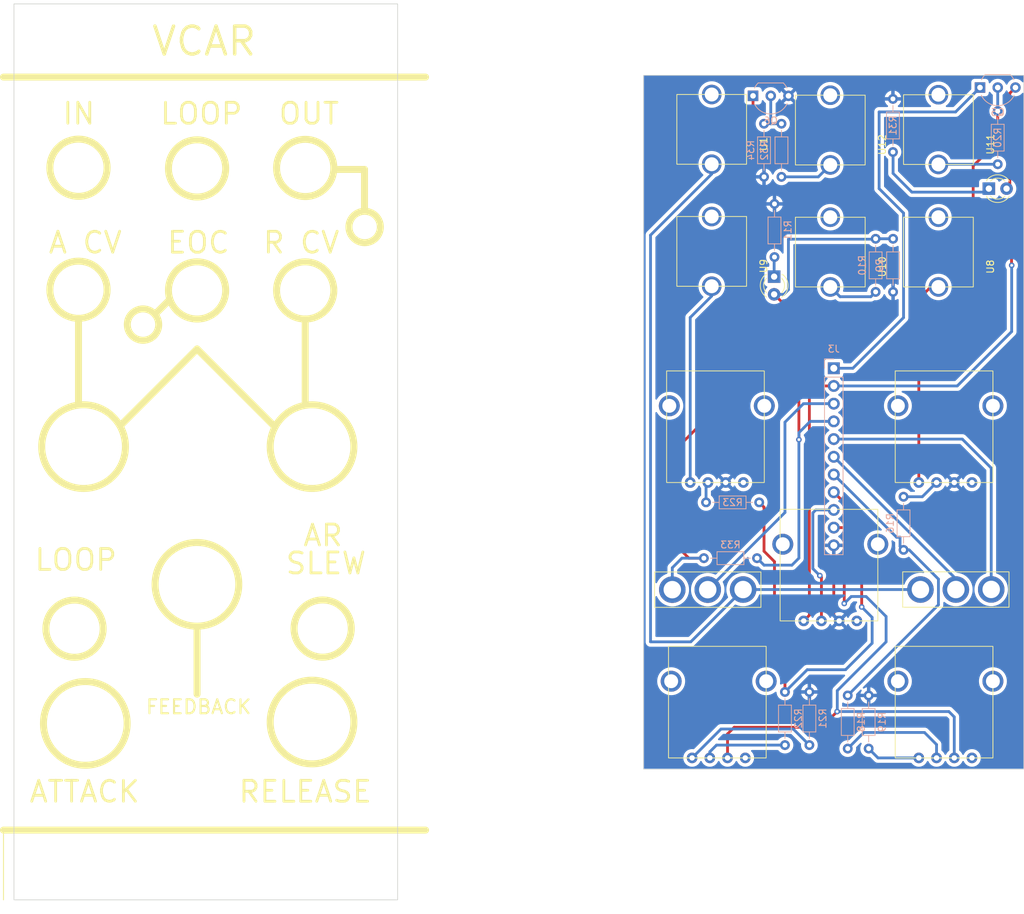
<source format=kicad_pcb>
(kicad_pcb (version 20240108) (generator "pcbnew") (generator_version "8.0")
  (layers (0 "F.Cu" signal) (31 "B.Cu" signal) (34 "B.Paste" user) (35 "F.Paste" user) (36 "B.SilkS" user "B.Silkscreen") (37 "F.SilkS" user "F.Silkscreen") (38 "B.Mask" user) (39 "F.Mask" user) (44 "Edge.Cuts" user))
  (net 0 "")
  (net 1 "OUT")
  (net 2 "Net-(D2-K)")
  (net 3 "EOC")
  (net 4 "Net-(D7-K)")
  (net 5 "Net-(D7-A)")
  (net 6 "+12V")
  (net 7 "-12V")
  (net 8 "GND")
  (net 9 "BUF_IN")
  (net 10 "FF")
  (net 11 "GOAL")
  (net 12 "VGND1")
  (net 13 "VGND2")
  (net 14 "FBO")
  (net 15 "Net-(R10-Pad2)")
  (net 16 "Net-(R16-Pad1)")
  (net 17 "Net-(R18-Pad1)")
  (net 18 "Net-(R19-Pad1)")
  (net 19 "Net-(R20-Pad2)")
  (net 20 "Net-(R21-Pad1)")
  (net 21 "Net-(R22-Pad1)")
  (net 22 "Net-(R23-Pad1)")
  (net 23 "Net-(RV1-Pad1)")
  (net 24 "Net-(RV4-Pad1)")
  (net 25 "IN")
  (net 26 "Net-(Q6-C)")
  (net 27 "Net-(Q6-B)")
  (net 28 "Net-(R32-Pad2)")
  (footprint "Library:AlpsPot" (layer "F.Cu") (at 212.71 108.5)
    (property "Reference" "RV5" (hide yes))
    (property "Value" "R_Potentiometer" (hide yes))
    (fp_rect (start -3.38 -16) (end 10.62 0) (stroke (width 0.12)) (fill none) (layer "F.SilkS"))
    (pad "1" thru_hole circle (at 0 0) (size 1.524 1.524) (drill 0.762) (layers "*.Cu" "*.Mask") (net 1 "OUT"))
    (pad "2" thru_hole circle (at 2.54 0) (size 1.524 1.524) (drill 0.762) (layers "*.Cu" "*.Mask") (net 14 "FBO"))
    (pad "3" thru_hole circle (at 5.08 0) (size 1.524 1.524) (drill 0.762) (layers "*.Cu" "*.Mask") (net 8 "GND"))
    (pad "4" thru_hole circle (at 7.62 0) (size 1.524 1.524) (drill 0.762) (layers "*.Cu" "*.Mask"))
    (pad "5" thru_hole circle (at -3 -11) (size 3 3) (drill 2) (layers "*.Cu" "*.Mask"))
    (pad "6" thru_hole circle (at 10.62 -11) (size 3 3) (drill 2) (layers "*.Cu" "*.Mask"))
  )
  (footprint "Library:3mm5 Mono Aux" (layer "F.Cu") (at 199.52 55.5 -90)
    (property "Reference" "U9" (at 2.1 -7.45 90) (layer "F.SilkS"))
    (property "Value" "Aux_flush")
    (fp_rect (start -5 -5) (end 5 5) (stroke (width 0.12)) (fill none) (layer "F.SilkS"))
    (pad "1" thru_hole circle (at 5 0 270) (size 2.8 2.8) (drill 2) (layers "*.Cu" "*.Mask") (net 24 "Net-(RV4-Pad1)"))
    (pad "2" thru_hole circle (at -5 0 270) (size 2.8 2.8) (drill 2) (layers "*.Cu" "*.Mask"))
  )
  (footprint "Library:3mm5 Mono Aux" (layer "F.Cu") (at 232.02 38.030351 -90)
    (property "Reference" "U11" (at 2.1 -7.45 90) (layer "F.SilkS"))
    (property "Value" "Aux_flush")
    (fp_rect (start -5 -5) (end 5 5) (stroke (width 0.12)) (fill none) (layer "F.SilkS"))
    (pad "1" thru_hole circle (at 5 0 270) (size 2.8 2.8) (drill 2) (layers "*.Cu" "*.Mask") (net 19 "Net-(R20-Pad2)"))
    (pad "2" thru_hole circle (at -5 0 270) (size 2.8 2.8) (drill 2) (layers "*.Cu" "*.Mask"))
  )
  (footprint "Library:AlpsPot" (layer "F.Cu") (at 196.44 88.649)
    (property "Reference" "RV4" (hide yes))
    (property "Value" "R_Potentiometer" (hide yes))
    (fp_rect (start -3.38 -16) (end 10.62 0) (stroke (width 0.12)) (fill none) (layer "F.SilkS"))
    (pad "1" thru_hole circle (at 0 0) (size 1.524 1.524) (drill 0.762) (layers "*.Cu" "*.Mask") (net 24 "Net-(RV4-Pad1)"))
    (pad "2" thru_hole circle (at 2.54 0) (size 1.524 1.524) (drill 0.762) (layers "*.Cu" "*.Mask") (net 22 "Net-(R23-Pad1)"))
    (pad "3" thru_hole circle (at 5.08 0) (size 1.524 1.524) (drill 0.762) (layers "*.Cu" "*.Mask") (net 8 "GND"))
    (pad "4" thru_hole circle (at 7.62 0) (size 1.524 1.524) (drill 0.762) (layers "*.Cu" "*.Mask"))
    (pad "5" thru_hole circle (at -3 -11) (size 3 3) (drill 2) (layers "*.Cu" "*.Mask"))
    (pad "6" thru_hole circle (at 10.62 -11) (size 3 3) (drill 2) (layers "*.Cu" "*.Mask"))
  )
  (footprint "MountingHole:MountingHole_3.2mm_M3" (layer "F.Cu") (at 108.75 43.5)
    (property "Reference" "REF**" (hide yes))
    (property "Value" "MountingHole_3.2mm_M3" (hide yes))
    (pad "" np_thru_hole circle (at 0 0) (size 6.2 6.2) (drill 6.2) (layers "F&B.Cu" "*.Mask"))
  )
  (footprint "Library:AlpsPot" (layer "F.Cu") (at 196.71 128.149)
    (property "Reference" "RV3" (hide yes))
    (property "Value" "R_Potentiometer" (hide yes))
    (fp_rect (start -3.38 -16) (end 10.62 0) (stroke (width 0.12)) (fill none) (layer "F.SilkS"))
    (pad "1" thru_hole circle (at 0 0) (size 1.524 1.524) (drill 0.762) (layers "*.Cu" "*.Mask") (net 20 "Net-(R21-Pad1)"))
    (pad "2" thru_hole circle (at 2.54 0) (size 1.524 1.524) (drill 0.762) (layers "*.Cu" "*.Mask") (net 21 "Net-(R22-Pad1)"))
    (pad "3" thru_hole circle (at 5.08 0) (size 1.524 1.524) (drill 0.762) (layers "*.Cu" "*.Mask") (net 7 "-12V"))
    (pad "4" thru_hole circle (at 7.62 0) (size 1.524 1.524) (drill 0.762) (layers "*.Cu" "*.Mask"))
    (pad "5" thru_hole circle (at -3 -11) (size 3 3) (drill 2) (layers "*.Cu" "*.Mask"))
    (pad "6" thru_hole circle (at 10.62 -11) (size 3 3) (drill 2) (layers "*.Cu" "*.Mask"))
  )
  (footprint "MountingHole:MountingHole_3.2mm_M3" (layer "F.Cu") (at 143.75 109.595)
    (property "Reference" "REF**" (hide yes))
    (property "Value" "MountingHole_3.2mm_M3" (hide yes))
    (pad "" np_thru_hole circle (at 0 0) (size 6.2 6.2) (drill 6.2) (layers "F&B.Cu" "*.Mask"))
  )
  (footprint "MountingHole:MountingHole_3.2mm_M3" (layer "F.Cu") (at 146.5 22.9196)
    (property "Reference" "REF**" (hide yes))
    (property "Value" "MountingHole_3.2mm_M3")
    (pad "" np_thru_hole circle (at 0 0) (size 3.2 3.2) (drill 3.2) (layers "F&B.Cu" "*.Mask"))
  )
  (footprint "MountingHole:MountingHole_3.2mm_M3" (layer "F.Cu") (at 146.5 145.5)
    (property "Reference" "REF**" (hide yes))
    (property "Value" "MountingHole_3.2mm_M3" (hide yes))
    (pad "" np_thru_hole circle (at 0 0) (size 3.2 3.2) (drill 3.2) (layers "F&B.Cu" "*.Mask"))
  )
  (footprint "MountingHole:MountingHole_3.2mm_M3" (layer "F.Cu") (at 141.25 43.530351)
    (property "Reference" "REF**" (hide yes))
    (property "Value" "MountingHole_3.2mm_M3" (hide yes))
    (pad "" np_thru_hole circle (at 0 0) (size 6.2 6.2) (drill 6.2) (layers "F&B.Cu" "*.Mask"))
  )
  (footprint "Library:3mm5 Mono Aux" (layer "F.Cu") (at 216.52 38.1 -90)
    (property "Reference" "U12" (at 2.1 -7.45 90) (layer "F.SilkS"))
    (property "Value" "Aux_flush")
    (fp_rect (start -5 -5) (end 5 5) (stroke (width 0.12)) (fill none) (layer "F.SilkS"))
    (pad "1" thru_hole circle (at 5 0 270) (size 2.8 2.8) (drill 2) (layers "*.Cu" "*.Mask") (net 28 "Net-(R32-Pad2)"))
    (pad "2" thru_hole circle (at -5 0 270) (size 2.8 2.8) (drill 2) (layers "*.Cu" "*.Mask"))
  )
  (footprint "Library:3mm5 Mono Aux" (layer "F.Cu") (at 232.02 55.6 -90)
    (property "Reference" "U8" (at 2.1 -7.45 90) (layer "F.SilkS"))
    (property "Value" "Aux_flush")
    (fp_rect (start -5 -5) (end 5 5) (stroke (width 0.12)) (fill none) (layer "F.SilkS"))
    (pad "1" thru_hole circle (at 5 0 270) (size 2.8 2.8) (drill 2) (layers "*.Cu" "*.Mask") (net 23 "Net-(RV1-Pad1)"))
    (pad "2" thru_hole circle (at -5 0 270) (size 2.8 2.8) (drill 2) (layers "*.Cu" "*.Mask"))
  )
  (footprint "Library:3mm5 Mono Aux" (layer "F.Cu") (at 216.52 55.6 -90)
    (property "Reference" "U10" (at 2.1 -7.45 90) (layer "F.SilkS"))
    (property "Value" "Aux_flush")
    (fp_rect (start -5 -5) (end 5 5) (stroke (width 0.12)) (fill none) (layer "F.SilkS"))
    (pad "1" thru_hole circle (at 5 0 270) (size 2.8 2.8) (drill 2) (layers "*.Cu" "*.Mask") (net 15 "Net-(R10-Pad2)"))
    (pad "2" thru_hole circle (at -5 0 270) (size 2.8 2.8) (drill 2) (layers "*.Cu" "*.Mask"))
  )
  (footprint "MountingHole:MountingHole_3.2mm_M3" (layer "F.Cu") (at 142.23 122.8)
    (property "Reference" "REF**" (hide yes))
    (property "Value" "MountingHole_3.2mm_M3" (hide yes))
    (pad "" np_thru_hole circle (at 0 0) (size 9.2 9.2) (drill 9.2) (layers "F&B.Cu" "*.Mask"))
  )
  (footprint "MountingHole:MountingHole_3.2mm_M3" (layer "F.Cu") (at 118 66)
    (property "Reference" "REF**" (hide yes))
    (property "Value" "MountingHole_3.2mm_M3" (hide yes))
    (pad "" np_thru_hole circle (at 0 0) (size 3.2 3.2) (drill 3.2) (layers "F&B.Cu" "*.Mask"))
  )
  (footprint "Library:Switch" (layer "F.Cu") (at 198.951887 106.556204)
    (property "Reference" "U7" (hide yes))
    (property "Value" "Switch")
    (fp_rect (start -7.62 -5.08) (end 7.62 0) (stroke (width 0.12)) (fill none) (layer "F.SilkS"))
    (pad "1" thru_hole circle (at -5.08 -2.54) (size 3.8 3.8) (drill 2.5) (layers "*.Cu" "*.Mask") (net 26 "Net-(Q6-C)"))
    (pad "2" thru_hole circle (at 0 -2.54) (size 3.8 3.8) (drill 2.5) (layers "*.Cu" "*.Mask") (net 9 "BUF_IN"))
    (pad "3" thru_hole circle (at 5.068113 -2.556204) (size 3.8 3.8) (drill 2.5) (layers "*.Cu" "*.Mask") (net 25 "IN"))
  )
  (footprint "MountingHole:MountingHole_3.2mm_M3" (layer "F.Cu") (at 125.75 61.1)
    (property "Reference" "REF**" (hide yes))
    (property "Value" "MountingHole_3.2mm_M3" (hide yes))
    (pad "" np_thru_hole circle (at 0 0) (size 6.2 6.2) (drill 6.2) (layers "F&B.Cu" "*.Mask"))
  )
  (footprint "MountingHole:MountingHole_3.2mm_M3" (layer "F.Cu") (at 125.75 43.6)
    (property "Reference" "REF**" (hide yes))
    (property "Value" "MountingHole_3.2mm_M3" (hide yes))
    (pad "" np_thru_hole circle (at 0 0) (size 6.2 6.2) (drill 6.2) (layers "F&B.Cu" "*.Mask"))
  )
  (footprint "Library:3mm5 Mono Aux" (layer "F.Cu") (at 199.52 38 -90)
    (property "Reference" "U1" (at 2.1 -7.45 90) (layer "F.SilkS"))
    (property "Value" "Aux_flush")
    (fp_rect (start -5 -5) (end 5 5) (stroke (width 0.12)) (fill none) (layer "F.SilkS"))
    (pad "1" thru_hole circle (at 5 0 270) (size 2.8 2.8) (drill 2) (layers "*.Cu" "*.Mask") (net 25 "IN"))
    (pad "2" thru_hole circle (at -5 0 270) (size 2.8 2.8) (drill 2) (layers "*.Cu" "*.Mask"))
  )
  (footprint "Library:AlpsPot" (layer "F.Cu") (at 229.21 128.149)
    (property "Reference" "RV2" (hide yes))
    (property "Value" "R_Potentiometer" (hide yes))
    (fp_rect (start -3.38 -16) (end 10.62 0) (stroke (width 0.12)) (fill none) (layer "F.SilkS"))
    (pad "1" thru_hole circle (at 0 0) (size 1.524 1.524) (drill 0.762) (layers "*.Cu" "*.Mask") (net 18 "Net-(R19-Pad1)"))
    (pad "2" thru_hole circle (at 2.54 0) (size 1.524 1.524) (drill 0.762) (layers "*.Cu" "*.Mask") (net 17 "Net-(R18-Pad1)"))
    (pad "3" thru_hole circle (at 5.08 0) (size 1.524 1.524) (drill 0.762) (layers "*.Cu" "*.Mask") (net 7 "-12V"))
    (pad "4" thru_hole circle (at 7.62 0) (size 1.524 1.524) (drill 0.762) (layers "*.Cu" "*.Mask"))
    (pad "5" thru_hole circle (at -3 -11) (size 3 3) (drill 2) (layers "*.Cu" "*.Mask"))
    (pad "6" thru_hole circle (at 10.62 -11) (size 3 3) (drill 2) (layers "*.Cu" "*.Mask"))
  )
  (footprint "MountingHole:MountingHole_3.2mm_M3" (layer "F.Cu") (at 109.73 123)
    (property "Reference" "REF**" (hide yes))
    (property "Value" "MountingHole_3.2mm_M3" (hide yes))
    (pad "" np_thru_hole circle (at 0 0) (size 9.2 9.2) (drill 9.2) (layers "F&B.Cu" "*.Mask"))
  )
  (footprint "Library:AlpsPot" (layer "F.Cu") (at 229.21 88.649)
    (property "Reference" "RV1" (hide yes))
    (property "Value" "R_Potentiometer" (hide yes))
    (fp_rect (start -3.38 -16) (end 10.62 0) (stroke (width 0.12)) (fill none) (layer "F.SilkS"))
    (pad "1" thru_hole circle (at 0 0) (size 1.524 1.524) (drill 0.762) (layers "*.Cu" "*.Mask") (net 23 "Net-(RV1-Pad1)"))
    (pad "2" thru_hole circle (at 2.54 0) (size 1.524 1.524) (drill 0.762) (layers "*.Cu" "*.Mask") (net 16 "Net-(R16-Pad1)"))
    (pad "3" thru_hole circle (at 5.08 0) (size 1.524 1.524) (drill 0.762) (layers "*.Cu" "*.Mask") (net 8 "GND"))
    (pad "4" thru_hole circle (at 7.62 0) (size 1.524 1.524) (drill 0.762) (layers "*.Cu" "*.Mask"))
    (pad "5" thru_hole circle (at -3 -11) (size 3 3) (drill 2) (layers "*.Cu" "*.Mask"))
    (pad "6" thru_hole circle (at 10.62 -11) (size 3 3) (drill 2) (layers "*.Cu" "*.Mask"))
  )
  (footprint "MountingHole:MountingHole_3.2mm_M3" (layer "F.Cu") (at 141.25 61.1)
    (property "Reference" "REF**" (hide yes))
    (property "Value" "MountingHole_3.2mm_M3" (hide yes))
    (pad "" np_thru_hole circle (at 0 0) (size 6.2 6.2) (drill 6.2) (layers "F&B.Cu" "*.Mask"))
  )
  (footprint "Library:Switch" (layer "F.Cu") (at 234.52 106.54)
    (property "Reference" "U2" (hide yes))
    (property "Value" "Switch")
    (fp_rect (start -7.62 -5.08) (end 7.62 0) (stroke (width 0.12)) (fill none) (layer "F.SilkS"))
    (pad "1" thru_hole circle (at -5.08 -2.54) (size 3.8 3.8) (drill 2.5) (layers "*.Cu" "*.Mask") (net 25 "IN"))
    (pad "2" thru_hole circle (at 0 -2.54) (size 3.8 3.8) (drill 2.5) (layers "*.Cu" "*.Mask") (net 11 "GOAL"))
    (pad "3" thru_hole circle (at 5.068113 -2.556204) (size 3.8 3.8) (drill 2.5) (layers "*.Cu" "*.Mask") (net 10 "FF"))
  )
  (footprint "MountingHole:MountingHole_3.2mm_M3" (layer "F.Cu") (at 110.94 22.9196)
    (property "Reference" "REF**" (hide yes))
    (property "Value" "MountingHole_3.2mm_M3")
    (pad "" np_thru_hole circle (at 0 0) (size 3.2 3.2) (drill 3.2) (layers "*.Cu" "*.Mask"))
  )
  (footprint "MountingHole:MountingHole_3.2mm_M3" (layer "F.Cu") (at 109.48 83.3)
    (property "Reference" "REF**" (hide yes))
    (property "Value" "MountingHole_3.2mm_M3" (hide yes))
    (pad "" np_thru_hole circle (at 0 0) (size 9.2 9.2) (drill 9.2) (layers "F&B.Cu" "*.Mask"))
  )
  (footprint "MountingHole:MountingHole_3.2mm_M3" (layer "F.Cu") (at 108.75 61)
    (property "Reference" "REF**" (hide yes))
    (property "Value" "MountingHole_3.2mm_M3" (hide yes))
    (pad "" np_thru_hole circle (at 0 0) (size 6.2 6.2) (drill 6.2) (layers "F&B.Cu" "*.Mask"))
  )
  (footprint "MountingHole:MountingHole_3.2mm_M3" (layer "F.Cu") (at 142.23 83.3)
    (property "Reference" "REF**" (hide yes))
    (property "Value" "MountingHole_3.2mm_M3" (hide yes))
    (pad "" np_thru_hole circle (at 0 0) (size 9.2 9.2) (drill 9.2) (layers "F&B.Cu" "*.Mask"))
  )
  (footprint "LED_THT:LED_D3.0mm" (layer "F.Cu") (at 239.245 46.5)
    (property "Reference" "D7" (hide yes))
    (property "Value" "LED")
    (fp_line (start -0.29 -1.236) (end -0.29 -1.08) (stroke (width 0.12)) (layer "F.SilkS"))
    (fp_line (start -0.29 1.08) (end -0.29 1.236) (stroke (width 0.12)) (layer "F.SilkS"))
    (fp_arc (start -0.29 -1.235516) (mid 1.366487 -1.987659) (end 2.942335 -1.078608) (stroke (width 0.12)) (layer "F.SilkS"))
    (fp_arc (start 0.229039 -1.08) (mid 1.270117 -1.5) (end 2.31113 -1.079837) (stroke (width 0.12)) (layer "F.SilkS"))
    (fp_arc (start 2.31113 1.079837) (mid 1.270117 1.5) (end 0.229039 1.08) (stroke (width 0.12)) (layer "F.SilkS"))
    (fp_arc (start 2.942335 1.078608) (mid 1.366487 1.987659) (end -0.29 1.235516) (stroke (width 0.12)) (layer "F.SilkS"))
    (pad "1" thru_hole rect (at 0 0) (size 1.8 1.8) (drill 0.9) (layers "*.Cu" "*.Mask") (net 4 "Net-(D7-K)"))
    (pad "2" thru_hole circle (at 2.54 0) (size 1.8 1.8) (drill 0.9) (layers "*.Cu" "*.Mask") (net 5 "Net-(D7-A)"))
  )
  (footprint "MountingHole:MountingHole_3.2mm_M3" (layer "F.Cu") (at 149.77 52)
    (property "Reference" "REF**" (hide yes))
    (property "Value" "MountingHole_3.2mm_M3" (hide yes))
    (pad "" np_thru_hole circle (at 0 0) (size 3.2 3.2) (drill 3.2) (layers "F&B.Cu" "*.Mask"))
  )
  (footprint "MountingHole:MountingHole_3.2mm_M3" (layer "F.Cu") (at 108.181887 109.611204)
    (property "Reference" "REF**" (hide yes))
    (property "Value" "MountingHole_3.2mm_M3" (hide yes))
    (pad "" np_thru_hole circle (at 0 0) (size 6.2 6.2) (drill 6.2) (layers "F&B.Cu" "*.Mask"))
  )
  (footprint "MountingHole:MountingHole_3.2mm_M3" (layer "F.Cu") (at 125.73 103.05)
    (property "Reference" "REF**" (hide yes))
    (property "Value" "MountingHole_3.2mm_M3" (hide yes))
    (pad "" np_thru_hole circle (at 0 0) (size 9.2 9.2) (drill 9.2) (layers "F&B.Cu" "*.Mask"))
  )
  (footprint "MountingHole:MountingHole_3.2mm_M3" (layer "F.Cu") (at 110.94 145.5072)
    (property "Reference" "REF**" (hide yes))
    (property "Value" "MountingHole_3.2mm_M3")
    (pad "" np_thru_hole circle (at 0 0) (size 3.2 3.2) (drill 3.2) (layers "F&B.Cu" "*.Mask"))
  )
  (footprint "LED_THT:LED_D3.0mm" (layer "F.Cu") (at 208.47 59.12 -90)
    (property "Reference" "D2" (hide yes))
    (property "Value" "LED")
    (fp_line (start -0.29 1.08) (end -0.29 1.236) (stroke (width 0.12)) (layer "F.SilkS"))
    (fp_line (start -0.29 -1.236) (end -0.29 -1.08) (stroke (width 0.12)) (layer "F.SilkS"))
    (fp_arc (start 2.31113 1.079837) (mid 1.270117 1.5) (end 0.229039 1.08) (stroke (width 0.12)) (layer "F.SilkS"))
    (fp_arc (start 2.942335 1.078608) (mid 1.366487 1.987659) (end -0.29 1.235516) (stroke (width 0.12)) (layer "F.SilkS"))
    (fp_arc (start 0.229039 -1.08) (mid 1.270117 -1.5) (end 2.31113 -1.079837) (stroke (width 0.12)) (layer "F.SilkS"))
    (fp_arc (start -0.29 -1.235516) (mid 1.366487 -1.987659) (end 2.942335 -1.078608) (stroke (width 0.12)) (layer "F.SilkS"))
    (pad "1" thru_hole rect (at 0 0 270) (size 1.8 1.8) (drill 0.9) (layers "*.Cu" "*.Mask") (net 2 "Net-(D2-K)"))
    (pad "2" thru_hole circle (at 2.54 0 270) (size 1.8 1.8) (drill 0.9) (layers "*.Cu" "*.Mask") (net 3 "EOC"))
  )
  (footprint "Resistor_THT:R_Axial_DIN0204_L3.6mm_D1.6mm_P7.62mm_Horizontal" (layer "B.Cu") (at 222.02 126.81 90)
    (property "Reference" "R19" (at 3.81 1.92 90) (layer "B.SilkS") (effects (justify mirror)))
    (property "Value" "R")
    (fp_line (start 5.73 -0.92) (end 5.73 0.92) (stroke (width 0.12)) (layer "B.SilkS"))
    (fp_line (start 1.89 -0.92) (end 5.73 -0.92) (stroke (width 0.12)) (layer "B.SilkS"))
    (fp_line (start 6.68 0) (end 5.73 0) (stroke (width 0.12)) (layer "B.SilkS"))
    (fp_line (start 0.94 0) (end 1.89 0) (stroke (width 0.12)) (layer "B.SilkS"))
    (fp_line (start 5.73 0.92) (end 1.89 0.92) (stroke (width 0.12)) (layer "B.SilkS"))
    (fp_line (start 1.89 0.92) (end 1.89 -0.92) (stroke (width 0.12)) (layer "B.SilkS"))
    (pad "1" thru_hole circle (at 0 0 90) (size 1.4 1.4) (drill 0.7) (layers "*.Cu" "*.Mask") (net 18 "Net-(R19-Pad1)"))
    (pad "2" thru_hole oval (at 7.62 0 90) (size 1.4 1.4) (drill 0.7) (layers "*.Cu" "*.Mask") (net 8 "GND"))
  )
  (footprint "Resistor_THT:R_Axial_DIN0204_L3.6mm_D1.6mm_P7.62mm_Horizontal" (layer "B.Cu") (at 198.71 91.5)
    (property "Reference" "R23" (at 3.81 0 0) (layer "B.SilkS") (effects (justify mirror)))
    (property "Value" "R")
    (fp_line (start 0.94 0) (end 1.89 0) (stroke (width 0.12)) (layer "B.SilkS"))
    (fp_line (start 1.89 -0.92) (end 5.73 -0.92) (stroke (width 0.12)) (layer "B.SilkS"))
    (fp_line (start 1.89 0.92) (end 1.89 -0.92) (stroke (width 0.12)) (layer "B.SilkS"))
    (fp_line (start 5.73 -0.92) (end 5.73 0.92) (stroke (width 0.12)) (layer "B.SilkS"))
    (fp_line (start 5.73 0.92) (end 1.89 0.92) (stroke (width 0.12)) (layer "B.SilkS"))
    (fp_line (start 6.68 0) (end 5.73 0) (stroke (width 0.12)) (layer "B.SilkS"))
    (pad "1" thru_hole circle (at 0 0) (size 1.4 1.4) (drill 0.7) (layers "*.Cu" "*.Mask") (net 22 "Net-(R23-Pad1)"))
    (pad "2" thru_hole oval (at 7.62 0) (size 1.4 1.4) (drill 0.7) (layers "*.Cu" "*.Mask") (net 13 "VGND2"))
  )
  (footprint "Package_TO_SOT_THT:TO-92_Inline_Wide" (layer "B.Cu") (at 237.98 32)
    (property "Reference" "Q5" (at 2.54 3.56 0) (layer "B.SilkS") (effects (justify mirror)))
    (property "Value" "BC547")
    (fp_line (start 0.74 -1.85) (end 4.34 -1.85) (stroke (width 0.12)) (layer "B.SilkS"))
    (fp_arc (start 0.215816 -1.122795) (mid 0.446097 -1.509328) (end 0.74 -1.85) (stroke (width 0.12)) (layer "B.SilkS"))
    (fp_arc (start 2.54 2.6) (mid 1.143021 2.192818) (end 0.1836 1.098807) (stroke (width 0.12)) (layer "B.SilkS"))
    (fp_arc (start 4.34 -1.85) (mid 4.633903 -1.509328) (end 4.864184 -1.122795) (stroke (width 0.12)) (layer "B.SilkS"))
    (fp_arc (start 4.8964 1.098807) (mid 3.936979 2.192817) (end 2.54 2.6) (stroke (width 0.12)) (layer "B.SilkS"))
    (pad "1" thru_hole rect (at 0 0) (size 1.5 1.5) (drill 0.8) (layers "*.Cu" "*.Mask") (net 6 "+12V"))
    (pad "2" thru_hole circle (at 2.54 0) (size 1.5 1.5) (drill 0.8) (layers "*.Cu" "*.Mask") (net 1 "OUT"))
    (pad "3" thru_hole circle (at 5.08 0) (size 1.5 1.5) (drill 0.8) (layers "*.Cu" "*.Mask") (net 5 "Net-(D7-A)"))
  )
  (footprint "Resistor_THT:R_Axial_DIN0204_L3.6mm_D1.6mm_P7.62mm_Horizontal" (layer "B.Cu") (at 223.02 53.69 -90)
    (property "Reference" "R10" (at 3.81 1.92 90) (layer "B.SilkS") (effects (justify mirror)))
    (property "Value" "R")
    (fp_line (start 1.89 0.92) (end 1.89 -0.92) (stroke (width 0.12)) (layer "B.SilkS"))
    (fp_line (start 5.73 0.92) (end 1.89 0.92) (stroke (width 0.12)) (layer "B.SilkS"))
    (fp_line (start 0.94 0) (end 1.89 0) (stroke (width 0.12)) (layer "B.SilkS"))
    (fp_line (start 6.68 0) (end 5.73 0) (stroke (width 0.12)) (layer "B.SilkS"))
    (fp_line (start 1.89 -0.92) (end 5.73 -0.92) (stroke (width 0.12)) (layer "B.SilkS"))
    (fp_line (start 5.73 -0.92) (end 5.73 0.92) (stroke (width 0.12)) (layer "B.SilkS"))
    (pad "1" thru_hole circle (at 0 0 270) (size 1.4 1.4) (drill 0.7) (layers "*.Cu" "*.Mask") (net 3 "EOC"))
    (pad "2" thru_hole oval (at 7.62 0 270) (size 1.4 1.4) (drill 0.7) (layers "*.Cu" "*.Mask") (net 15 "Net-(R10-Pad2)"))
  )
  (footprint "Resistor_THT:R_Axial_DIN0204_L3.6mm_D1.6mm_P7.62mm_Horizontal" (layer "B.Cu") (at 210.02 126.31 90)
    (property "Reference" "R22" (at 3.81 1.92 90) (layer "B.SilkS") (effects (justify mirror)))
    (property "Value" "R")
    (fp_line (start 5.73 -0.92) (end 5.73 0.92) (stroke (width 0.12)) (layer "B.SilkS"))
    (fp_line (start 1.89 -0.92) (end 5.73 -0.92) (stroke (width 0.12)) (layer "B.SilkS"))
    (fp_line (start 6.68 0) (end 5.73 0) (stroke (width 0.12)) (layer "B.SilkS"))
    (fp_line (start 0.94 0) (end 1.89 0) (stroke (width 0.12)) (layer "B.SilkS"))
    (fp_line (start 5.73 0.92) (end 1.89 0.92) (stroke (width 0.12)) (layer "B.SilkS"))
    (fp_line (start 1.89 0.92) (end 1.89 -0.92) (stroke (width 0.12)) (layer "B.SilkS"))
    (pad "1" thru_hole circle (at 0 0 90) (size 1.4 1.4) (drill 0.7) (layers "*.Cu" "*.Mask") (net 21 "Net-(R22-Pad1)"))
    (pad "2" thru_hole oval (at 7.62 0 90) (size 1.4 1.4) (drill 0.7) (layers "*.Cu" "*.Mask") (net 13 "VGND2"))
  )
  (footprint "Package_TO_SOT_THT:TO-92_Inline_Wide" (layer "B.Cu") (at 205.445 33.19)
    (property "Reference" "Q6" (at 2.54 3.56 0) (layer "B.SilkS") (effects (justify mirror)))
    (property "Value" "BC547")
    (fp_line (start 0.74 -1.85) (end 4.34 -1.85) (stroke (width 0.12)) (layer "B.SilkS"))
    (fp_arc (start 0.215816 -1.122795) (mid 0.446097 -1.509328) (end 0.74 -1.85) (stroke (width 0.12)) (layer "B.SilkS"))
    (fp_arc (start 2.54 2.6) (mid 1.143021 2.192818) (end 0.1836 1.098807) (stroke (width 0.12)) (layer "B.SilkS"))
    (fp_arc (start 4.34 -1.85) (mid 4.633903 -1.509328) (end 4.864184 -1.122795) (stroke (width 0.12)) (layer "B.SilkS"))
    (fp_arc (start 4.8964 1.098807) (mid 3.936979 2.192817) (end 2.54 2.6) (stroke (width 0.12)) (layer "B.SilkS"))
    (pad "1" thru_hole rect (at 0 0) (size 1.5 1.5) (drill 0.8) (layers "*.Cu" "*.Mask") (net 26 "Net-(Q6-C)"))
    (pad "2" thru_hole circle (at 2.54 0) (size 1.5 1.5) (drill 0.8) (layers "*.Cu" "*.Mask") (net 27 "Net-(Q6-B)"))
    (pad "3" thru_hole circle (at 5.08 0) (size 1.5 1.5) (drill 0.8) (layers "*.Cu" "*.Mask") (net 8 "GND"))
  )
  (footprint "Resistor_THT:R_Axial_DIN0204_L3.6mm_D1.6mm_P7.62mm_Horizontal" (layer "B.Cu") (at 213.52 126.31 90)
    (property "Reference" "R21" (at 3.81 1.92 90) (layer "B.SilkS") (effects (justify mirror)))
    (property "Value" "R")
    (fp_line (start 5.73 -0.92) (end 5.73 0.92) (stroke (width 0.12)) (layer "B.SilkS"))
    (fp_line (start 1.89 -0.92) (end 5.73 -0.92) (stroke (width 0.12)) (layer "B.SilkS"))
    (fp_line (start 6.68 0) (end 5.73 0) (stroke (width 0.12)) (layer "B.SilkS"))
    (fp_line (start 0.94 0) (end 1.89 0) (stroke (width 0.12)) (layer "B.SilkS"))
    (fp_line (start 5.73 0.92) (end 1.89 0.92) (stroke (width 0.12)) (layer "B.SilkS"))
    (fp_line (start 1.89 0.92) (end 1.89 -0.92) (stroke (width 0.12)) (layer "B.SilkS"))
    (pad "1" thru_hole circle (at 0 0 90) (size 1.4 1.4) (drill 0.7) (layers "*.Cu" "*.Mask") (net 20 "Net-(R21-Pad1)"))
    (pad "2" thru_hole oval (at 7.62 0 90) (size 1.4 1.4) (drill 0.7) (layers "*.Cu" "*.Mask") (net 8 "GND"))
  )
  (footprint "Resistor_THT:R_Axial_DIN0204_L3.6mm_D1.6mm_P7.62mm_Horizontal" (layer "B.Cu") (at 208.52 56.31 90)
    (property "Reference" "R11" (at 3.81 1.92 90) (layer "B.SilkS") (effects (justify mirror)))
    (property "Value" "R")
    (fp_line (start 5.73 -0.92) (end 5.73 0.92) (stroke (width 0.12)) (layer "B.SilkS"))
    (fp_line (start 1.89 -0.92) (end 5.73 -0.92) (stroke (width 0.12)) (layer "B.SilkS"))
    (fp_line (start 6.68 0) (end 5.73 0) (stroke (width 0.12)) (layer "B.SilkS"))
    (fp_line (start 0.94 0) (end 1.89 0) (stroke (width 0.12)) (layer "B.SilkS"))
    (fp_line (start 5.73 0.92) (end 1.89 0.92) (stroke (width 0.12)) (layer "B.SilkS"))
    (fp_line (start 1.89 0.92) (end 1.89 -0.92) (stroke (width 0.12)) (layer "B.SilkS"))
    (pad "1" thru_hole circle (at 0 0 90) (size 1.4 1.4) (drill 0.7) (layers "*.Cu" "*.Mask") (net 2 "Net-(D2-K)"))
    (pad "2" thru_hole oval (at 7.62 0 90) (size 1.4 1.4) (drill 0.7) (layers "*.Cu" "*.Mask") (net 8 "GND"))
  )
  (footprint "Resistor_THT:R_Axial_DIN0204_L3.6mm_D1.6mm_P7.62mm_Horizontal" (layer "B.Cu") (at 207.02 37.19 -90)
    (property "Reference" "R34" (at 3.81 1.92 90) (layer "B.SilkS") (effects (justify mirror)))
    (property "Value" "R")
    (fp_line (start 1.89 0.92) (end 1.89 -0.92) (stroke (width 0.12)) (layer "B.SilkS"))
    (fp_line (start 5.73 0.92) (end 1.89 0.92) (stroke (width 0.12)) (layer "B.SilkS"))
    (fp_line (start 0.94 0) (end 1.89 0) (stroke (width 0.12)) (layer "B.SilkS"))
    (fp_line (start 6.68 0) (end 5.73 0) (stroke (width 0.12)) (layer "B.SilkS"))
    (fp_line (start 1.89 -0.92) (end 5.73 -0.92) (stroke (width 0.12)) (layer "B.SilkS"))
    (fp_line (start 5.73 -0.92) (end 5.73 0.92) (stroke (width 0.12)) (layer "B.SilkS"))
    (pad "1" thru_hole circle (at 0 0 270) (size 1.4 1.4) (drill 0.7) (layers "*.Cu" "*.Mask") (net 27 "Net-(Q6-B)"))
    (pad "2" thru_hole oval (at 7.62 0 270) (size 1.4 1.4) (drill 0.7) (layers "*.Cu" "*.Mask") (net 8 "GND"))
  )
  (footprint "Connector_PinSocket_2.54mm:PinSocket_1x11_P2.54mm_Vertical" (layer "B.Cu") (at 217.02 72.26 180)
    (property "Reference" "J3" (at 0 2.77 0) (layer "B.SilkS") (effects (justify mirror)))
    (property "Value" "Conn_01x11_Pin")
    (fp_line (start 1.33 1.33) (end 1.33 0) (stroke (width 0.12)) (layer "B.SilkS"))
    (fp_line (start 1.33 -1.27) (end 1.33 -26.73) (stroke (width 0.12)) (layer "B.SilkS"))
    (fp_line (start 0 1.33) (end 1.33 1.33) (stroke (width 0.12)) (layer "B.SilkS"))
    (fp_line (start -1.33 -1.27) (end 1.33 -1.27) (stroke (width 0.12)) (layer "B.SilkS"))
    (fp_line (start -1.33 -1.27) (end -1.33 -26.73) (stroke (width 0.12)) (layer "B.SilkS"))
    (fp_line (start -1.33 -26.73) (end 1.33 -26.73) (stroke (width 0.12)) (layer "B.SilkS"))
    (pad "1" thru_hole rect (at 0 0 180) (size 1.7 1.7) (drill 1) (layers "*.Cu" "*.Mask") (net 6 "+12V"))
    (pad "2" thru_hole oval (at 0 -2.54 180) (size 1.7 1.7) (drill 1) (layers "*.Cu" "*.Mask") (net 1 "OUT"))
    (pad "3" thru_hole oval (at 0 -5.08 180) (size 1.7 1.7) (drill 1) (layers "*.Cu" "*.Mask") (net 9 "BUF_IN"))
    (pad "4" thru_hole oval (at 0 -7.62 180) (size 1.7 1.7) (drill 1) (layers "*.Cu" "*.Mask") (net 3 "EOC"))
    (pad "5" thru_hole oval (at 0 -10.16 180) (size 1.7 1.7) (drill 1) (layers "*.Cu" "*.Mask") (net 10 "FF"))
    (pad "6" thru_hole oval (at 0 -12.7 180) (size 1.7 1.7) (drill 1) (layers "*.Cu" "*.Mask") (net 11 "GOAL"))
    (pad "7" thru_hole oval (at 0 -15.24 180) (size 1.7 1.7) (drill 1) (layers "*.Cu" "*.Mask") (net 12 "VGND1"))
    (pad "8" thru_hole oval (at 0 -17.78 180) (size 1.7 1.7) (drill 1) (layers "*.Cu" "*.Mask") (net 13 "VGND2"))
    (pad "9" thru_hole oval (at 0 -20.32 180) (size 1.7 1.7) (drill 1) (layers "*.Cu" "*.Mask") (net 14 "FBO"))
    (pad "10" thru_hole oval (at 0 -22.86 180) (size 1.7 1.7) (drill 1) (layers "*.Cu" "*.Mask") (net 7 "-12V"))
    (pad "11" thru_hole oval (at 0 -25.4 180) (size 1.7 1.7) (drill 1) (layers "*.Cu" "*.Mask") (net 8 "GND"))
  )
  (footprint "Resistor_THT:R_Axial_DIN0204_L3.6mm_D1.6mm_P7.62mm_Horizontal" (layer "B.Cu") (at 225.5 41.25 90)
    (property "Reference" "R31" (at 3.81 0 90) (layer "B.SilkS") (effects (justify mirror)))
    (property "Value" "R")
    (fp_line (start 5.73 -0.92) (end 5.73 0.92) (stroke (width 0.12)) (layer "B.SilkS"))
    (fp_line (start 1.89 -0.92) (end 5.73 -0.92) (stroke (width 0.12)) (layer "B.SilkS"))
    (fp_line (start 6.68 0) (end 5.73 0) (stroke (width 0.12)) (layer "B.SilkS"))
    (fp_line (start 0.94 0) (end 1.89 0) (stroke (width 0.12)) (layer "B.SilkS"))
    (fp_line (start 5.73 0.92) (end 1.89 0.92) (stroke (width 0.12)) (layer "B.SilkS"))
    (fp_line (start 1.89 0.92) (end 1.89 -0.92) (stroke (width 0.12)) (layer "B.SilkS"))
    (pad "1" thru_hole circle (at 0 0 90) (size 1.4 1.4) (drill 0.7) (layers "*.Cu" "*.Mask") (net 4 "Net-(D7-K)"))
    (pad "2" thru_hole oval (at 7.62 0 90) (size 1.4 1.4) (drill 0.7) (layers "*.Cu" "*.Mask") (net 8 "GND"))
  )
  (footprint "Resistor_THT:R_Axial_DIN0204_L3.6mm_D1.6mm_P7.62mm_Horizontal" (layer "B.Cu") (at 225.52 53.69 -90)
    (property "Reference" "R9" (at 3.81 1.92 90) (layer "B.SilkS") (effects (justify mirror)))
    (property "Value" "R")
    (fp_line (start 1.89 0.92) (end 1.89 -0.92) (stroke (width 0.12)) (layer "B.SilkS"))
    (fp_line (start 5.73 0.92) (end 1.89 0.92) (stroke (width 0.12)) (layer "B.SilkS"))
    (fp_line (start 0.94 0) (end 1.89 0) (stroke (width 0.12)) (layer "B.SilkS"))
    (fp_line (start 6.68 0) (end 5.73 0) (stroke (width 0.12)) (layer "B.SilkS"))
    (fp_line (start 1.89 -0.92) (end 5.73 -0.92) (stroke (width 0.12)) (layer "B.SilkS"))
    (fp_line (start 5.73 -0.92) (end 5.73 0.92) (stroke (width 0.12)) (layer "B.SilkS"))
    (pad "1" thru_hole circle (at 0 0 270) (size 1.4 1.4) (drill 0.7) (layers "*.Cu" "*.Mask") (net 3 "EOC"))
    (pad "2" thru_hole oval (at 7.62 0 270) (size 1.4 1.4) (drill 0.7) (layers "*.Cu" "*.Mask") (net 8 "GND"))
  )
  (footprint "Resistor_THT:R_Axial_DIN0204_L3.6mm_D1.6mm_P7.62mm_Horizontal" (layer "B.Cu") (at 219.02 126.81 90)
    (property "Reference" "R18" (at 3.81 1.92 90) (layer "B.SilkS") (effects (justify mirror)))
    (property "Value" "R")
    (fp_line (start 5.73 -0.92) (end 5.73 0.92) (stroke (width 0.12)) (layer "B.SilkS"))
    (fp_line (start 1.89 -0.92) (end 5.73 -0.92) (stroke (width 0.12)) (layer "B.SilkS"))
    (fp_line (start 6.68 0) (end 5.73 0) (stroke (width 0.12)) (layer "B.SilkS"))
    (fp_line (start 0.94 0) (end 1.89 0) (stroke (width 0.12)) (layer "B.SilkS"))
    (fp_line (start 5.73 0.92) (end 1.89 0.92) (stroke (width 0.12)) (layer "B.SilkS"))
    (fp_line (start 1.89 0.92) (end 1.89 -0.92) (stroke (width 0.12)) (layer "B.SilkS"))
    (pad "1" thru_hole circle (at 0 0 90) (size 1.4 1.4) (drill 0.7) (layers "*.Cu" "*.Mask") (net 17 "Net-(R18-Pad1)"))
    (pad "2" thru_hole oval (at 7.62 0 90) (size 1.4 1.4) (drill 0.7) (layers "*.Cu" "*.Mask") (net 12 "VGND1"))
  )
  (footprint "Resistor_THT:R_Axial_DIN0204_L3.6mm_D1.6mm_P7.62mm_Horizontal" (layer "B.Cu") (at 227.02 90.69 -90)
    (property "Reference" "R16" (at 3.81 1.92 90) (layer "B.SilkS") (effects (justify mirror)))
    (property "Value" "R")
    (fp_line (start 1.89 0.92) (end 1.89 -0.92) (stroke (width 0.12)) (layer "B.SilkS"))
    (fp_line (start 5.73 0.92) (end 1.89 0.92) (stroke (width 0.12)) (layer "B.SilkS"))
    (fp_line (start 0.94 0) (end 1.89 0) (stroke (width 0.12)) (layer "B.SilkS"))
    (fp_line (start 6.68 0) (end 5.73 0) (stroke (width 0.12)) (layer "B.SilkS"))
    (fp_line (start 1.89 -0.92) (end 5.73 -0.92) (stroke (width 0.12)) (layer "B.SilkS"))
    (fp_line (start 5.73 -0.92) (end 5.73 0.92) (stroke (width 0.12)) (layer "B.SilkS"))
    (pad "1" thru_hole circle (at 0 0 270) (size 1.4 1.4) (drill 0.7) (layers "*.Cu" "*.Mask") (net 16 "Net-(R16-Pad1)"))
    (pad "2" thru_hole oval (at 7.62 0 270) (size 1.4 1.4) (drill 0.7) (layers "*.Cu" "*.Mask") (net 12 "VGND1"))
  )
  (footprint "Resistor_THT:R_Axial_DIN0204_L3.6mm_D1.6mm_P7.62mm_Horizontal" (layer "B.Cu") (at 240.52 35.38 -90)
    (property "Reference" "R20" (at 3.81 0 90) (layer "B.SilkS") (effects (justify mirror)))
    (property "Value" "R")
    (fp_line (start 1.89 0.92) (end 1.89 -0.92) (stroke (width 0.12)) (layer "B.SilkS"))
    (fp_line (start 5.73 0.92) (end 1.89 0.92) (stroke (width 0.12)) (layer "B.SilkS"))
    (fp_line (start 0.94 0) (end 1.89 0) (stroke (width 0.12)) (layer "B.SilkS"))
    (fp_line (start 6.68 0) (end 5.73 0) (stroke (width 0.12)) (layer "B.SilkS"))
    (fp_line (start 1.89 -0.92) (end 5.73 -0.92) (stroke (width 0.12)) (layer "B.SilkS"))
    (fp_line (start 5.73 -0.92) (end 5.73 0.92) (stroke (width 0.12)) (layer "B.SilkS"))
    (pad "1" thru_hole circle (at 0 0 270) (size 1.4 1.4) (drill 0.7) (layers "*.Cu" "*.Mask") (net 1 "OUT"))
    (pad "2" thru_hole oval (at 7.62 0 270) (size 1.4 1.4) (drill 0.7) (layers "*.Cu" "*.Mask") (net 19 "Net-(R20-Pad2)"))
  )
  (footprint "Resistor_THT:R_Axial_DIN0204_L3.6mm_D1.6mm_P7.62mm_Horizontal" (layer "B.Cu") (at 206.02 99.5 180)
    (property "Reference" "R33" (at 3.81 1.92 0) (layer "B.SilkS") (effects (justify mirror)))
    (property "Value" "R")
    (fp_line (start 6.68 0) (end 5.73 0) (stroke (width 0.12)) (layer "B.SilkS"))
    (fp_line (start 5.73 0.92) (end 1.89 0.92) (stroke (width 0.12)) (layer "B.SilkS"))
    (fp_line (start 5.73 -0.92) (end 5.73 0.92) (stroke (width 0.12)) (layer "B.SilkS"))
    (fp_line (start 1.89 0.92) (end 1.89 -0.92) (stroke (width 0.12)) (layer "B.SilkS"))
    (fp_line (start 1.89 -0.92) (end 5.73 -0.92) (stroke (width 0.12)) (layer "B.SilkS"))
    (fp_line (start 0.94 0) (end 1.89 0) (stroke (width 0.12)) (layer "B.SilkS"))
    (pad "1" thru_hole circle (at 0 0 180) (size 1.4 1.4) (drill 0.7) (layers "*.Cu" "*.Mask") (net 3 "EOC"))
    (pad "2" thru_hole oval (at 7.62 0 180) (size 1.4 1.4) (drill 0.7) (layers "*.Cu" "*.Mask") (net 26 "Net-(Q6-C)"))
  )
  (footprint "Resistor_THT:R_Axial_DIN0204_L3.6mm_D1.6mm_P7.62mm_Horizontal" (layer "B.Cu") (at 209.52 37.19 -90)
    (property "Reference" "R32" (at 3.81 2.455 90) (layer "B.SilkS") (effects (justify mirror)))
    (property "Value" "R")
    (fp_line (start 1.89 0.92) (end 1.89 -0.92) (stroke (width 0.12)) (layer "B.SilkS"))
    (fp_line (start 5.73 0.92) (end 1.89 0.92) (stroke (width 0.12)) (layer "B.SilkS"))
    (fp_line (start 0.94 0) (end 1.89 0) (stroke (width 0.12)) (layer "B.SilkS"))
    (fp_line (start 6.68 0) (end 5.73 0) (stroke (width 0.12)) (layer "B.SilkS"))
    (fp_line (start 1.89 -0.92) (end 5.73 -0.92) (stroke (width 0.12)) (layer "B.SilkS"))
    (fp_line (start 5.73 -0.92) (end 5.73 0.92) (stroke (width 0.12)) (layer "B.SilkS"))
    (pad "1" thru_hole circle (at 0 0 270) (size 1.4 1.4) (drill 0.7) (layers "*.Cu" "*.Mask") (net 27 "Net-(Q6-B)"))
    (pad "2" thru_hole oval (at 7.62 0 270) (size 1.4 1.4) (drill 0.7) (layers "*.Cu" "*.Mask") (net 28 "Net-(R32-Pad2)"))
  )
  (gr_line (start 158.5 30.5) (end 98 30.5) (stroke (width 1)) (layer "F.SilkS"))
  (gr_line (start 108.75 65.104875) (end 108.75 77.5) (stroke (width 1)) (layer "F.SilkS"))
  (gr_circle (center 108.181887 109.611204) (end 112.281887 109.411204) (stroke (width 1)) (fill none) (layer "F.SilkS"))
  (gr_circle (center 142.23 83.5) (end 148.230833 83.5) (stroke (width 1)) (fill none) (layer "F.SilkS"))
  (gr_circle (center 125.73 103.25) (end 131.730833 103.25) (stroke (width 1)) (fill none) (layer "F.SilkS"))
  (gr_line (start 125.75 109.75) (end 125.75 119) (stroke (width 1)) (layer "F.SilkS"))
  (gr_circle (center 118 66) (end 120.25 66.104875) (stroke (width 1)) (fill none) (layer "F.SilkS"))
  (gr_circle (center 141.25 43.530351) (end 145.35 43.330351) (stroke (width 1)) (fill none) (layer "F.SilkS"))
  (gr_circle (center 109.48 83.5) (end 115.480833 83.5) (stroke (width 1)) (fill none) (layer "F.SilkS"))
  (gr_line (start 119.70564 64.544055) (end 121.794359 62.455945) (stroke (width 1)) (layer "F.SilkS"))
  (gr_circle (center 142.23 123) (end 148.230833 123) (stroke (width 1)) (fill none) (layer "F.SilkS"))
  (gr_circle (center 143.75 109.595) (end 147.85 109.395) (stroke (width 1)) (fill none) (layer "F.SilkS"))
  (gr_circle (center 149.77 52) (end 152.02 52.104875) (stroke (width 1)) (fill none) (layer "F.SilkS"))
  (gr_line (start 149.75 43.75) (end 149.75 49.625) (stroke (width 1)) (layer "F.SilkS"))
  (gr_line (start 141.25 65.204875) (end 141.25 77.5) (stroke (width 1)) (layer "F.SilkS"))
  (gr_circle (center 109.73 123.2) (end 115.730833 123.2) (stroke (width 1)) (fill none) (layer "F.SilkS"))
  (gr_circle (center 108.75 61) (end 112.85 60.8) (stroke (width 1)) (fill none) (layer "F.SilkS"))
  (gr_line (start 149.75 43.75) (end 145.5 43.75) (stroke (width 1)) (layer "F.SilkS"))
  (gr_circle (center 125.75 61.1) (end 129.85 60.9) (stroke (width 1)) (fill none) (layer "F.SilkS"))
  (gr_line (start 125.75 69.5) (end 114.75 80.5) (stroke (width 1)) (layer "F.SilkS"))
  (gr_circle (center 125.75 43.6) (end 129.85 43.4) (stroke (width 1)) (fill none) (layer "F.SilkS"))
  (gr_circle (center 141.25 61.1) (end 145.35 60.9) (stroke (width 1)) (fill none) (layer "F.SilkS"))
  (gr_line (start 125.75 69.5) (end 136.75 80.5) (stroke (width 1)) (layer "F.SilkS"))
  (gr_line (start 98 138.5) (end 158.5 138.5) (stroke (width 1)) (layer "F.SilkS"))
  (gr_circle (center 108.75 43.5) (end 112.85 43.3) (stroke (width 1)) (fill none) (layer "F.SilkS"))
  (gr_line (start 98 148.5) (end 98 138.5) (stroke (width 0.15)) (layer "F.SilkS"))
  (gr_rect (start 189.75 30.25) (end 244.25 129.75) (stroke (width 0.1)) (fill none) (layer "Edge.Cuts"))
  (gr_rect (start 99.5 20) (end 154.5 148.5) (stroke (width 0.1)) (fill none) (layer "Edge.Cuts"))
  (gr_text "VCAR" (at 119 27.7 0) (layer "F.SilkS") (effects (font (size 4 4) (thickness 0.5)) (justify left bottom)))
  (gr_text "IN\n" (at 106.25 37.5 0) (layer "F.SilkS") (effects (font (size 3 3) (thickness 0.4)) (justify left bottom)))
  (gr_text "SLEW" (at 138.25 102 0) (layer "F.SilkS") (effects (font (size 3 3) (thickness 0.4)) (justify left bottom)))
  (gr_text "EOC\n" (at 121.25 56 0) (layer "F.SilkS") (effects (font (size 3 3) (thickness 0.4)) (justify left bottom)))
  (gr_text "ATTACK" (at 101.5 134.75 0) (layer "F.SilkS") (effects (font (size 3 3) (thickness 0.4)) (justify left bottom)))
  (gr_text "RELEASE" (at 131.5 134.75 0) (layer "F.SilkS") (effects (font (size 3 3) (thickness 0.4)) (justify left bottom)))
  (gr_text "LOOP" (at 120.25 37.5 0) (layer "F.SilkS") (effects (font (size 3 3) (thickness 0.4)) (justify left bottom)))
  (gr_text "FEEDBACK" (at 118.25 122 0) (layer "F.SilkS") (effects (font (size 2 2) (thickness 0.3)) (justify left bottom)))
  (gr_text "OUT" (at 137.25 37.5 0) (layer "F.SilkS") (effects (font (size 3 3) (thickness 0.4)) (justify left bottom)))
  (gr_text "AR" (at 140.75 98 0) (layer "F.SilkS") (effects (font (size 3 3) (thickness 0.4)) (justify left bottom)))
  (gr_text "LOOP" (at 102.25 101.5 0) (layer "F.SilkS") (effects (font (size 3 3) (thickness 0.4)) (justify left bottom)))
  (gr_text "A CV" (at 104.25 56 0) (layer "F.SilkS") (effects (font (size 3 3) (thickness 0.4)) (justify left bottom)))
  (gr_text "R CV" (at 135 56 0) (layer "F.SilkS") (effects (font (size 3 3) (thickness 0.4)) (justify left bottom)))
  (segment (start 240.52 35.38) (end 240.52 39.73) (width 0.4) (layer "F.Cu") (net 1))
  (segment (start 237 51) (end 242.5 56.5) (width 0.4) (layer "F.Cu") (net 1))
  (segment (start 240.52 39.73) (end 237 43.25) (width 0.4) (layer "F.Cu") (net 1))
  (segment (start 213.52 107.69) (end 213.52 75) (width 0.4) (layer "F.Cu") (net 1))
  (segment (start 212.71 108.5) (end 213.52 107.69) (width 0.4) (layer "F.Cu") (net 1))
  (segment (start 213.52 75) (end 213.72 74.8) (width 0.4) (layer "F.Cu") (net 1))
  (segment (start 237 50.75) (end 237 51) (width 0.4) (layer "F.Cu") (net 1))
  (segment (start 213.72 74.8) (end 217.02 74.8) (width 0.4) (layer "F.Cu") (net 1))
  (segment (start 237 43.25) (end 237 50.75) (width 0.4) (layer "F.Cu") (net 1))
  (segment (start 242.5 56.5) (end 242.5 57.5) (width 0.4) (layer "F.Cu") (net 1))
  (via (at 242.52 57.5) (size 0.8) (drill 0.4) (layers "F.Cu" "B.Cu") (net 1))
  (segment (start 234.72 74.8) (end 242.52 67) (width 0.4) (layer "B.Cu") (net 1))
  (segment (start 242.52 67) (end 242.52 57.5) (width 0.4) (layer "B.Cu") (net 1))
  (segment (start 217.02 74.8) (end 234.72 74.8) (width 0.4) (layer "B.Cu") (net 1))
  (segment (start 240.52 35.38) (end 240.52 32) (width 0.4) (layer "B.Cu") (net 1))
  (segment (start 208.47 59.12) (end 208.47 56.36) (width 0.4) (layer "B.Cu") (net 2))
  (segment (start 208.47 56.36) (end 208.52 56.31) (width 0.4) (layer "B.Cu") (net 2))
  (segment (start 212.02 65.21) (end 208.47 61.66) (width 0.4) (layer "F.Cu") (net 3))
  (segment (start 212.02 82.5) (end 212.02 65.21) (width 0.4) (layer "F.Cu") (net 3))
  (via (at 212.02 82.5) (size 0.8) (drill 0.4) (layers "F.Cu" "B.Cu") (net 3))
  (segment (start 207.02 100.5) (end 211.02 100.5) (width 0.4) (layer "B.Cu") (net 3))
  (segment (start 213.64 79.88) (end 217.02 79.88) (width 0.4) (layer "B.Cu") (net 3))
  (segment (start 222.96 53.75) (end 223.02 53.69) (width 0.4) (layer "B.Cu") (net 3))
  (segment (start 210.52 61) (end 210.52 53.75) (width 0.4) (layer "B.Cu") (net 3))
  (segment (start 211.02 100.5) (end 212.02 99.5) (width 0.4) (layer "B.Cu") (net 3))
  (segment (start 208.47 61.66) (end 209.86 61.66) (width 0.4) (layer "B.Cu") (net 3))
  (segment (start 206.02 99.5) (end 207.02 100.5) (width 0.4) (layer "B.Cu") (net 3))
  (segment (start 212.02 81.5) (end 213.64 79.88) (width 0.4) (layer "B.Cu") (net 3))
  (segment (start 225.52 53.69) (end 223.02 53.69) (width 0.4) (layer "B.Cu") (net 3))
  (segment (start 212.02 82.5) (end 212.02 81.5) (width 0.4) (layer "B.Cu") (net 3))
  (segment (start 210.52 53.75) (end 222.96 53.75) (width 0.4) (layer "B.Cu") (net 3))
  (segment (start 209.86 61.66) (end 210.52 61) (width 0.4) (layer "B.Cu") (net 3))
  (segment (start 212.02 99.5) (end 212.02 82.5) (width 0.4) (layer "B.Cu") (net 3))
  (segment (start 225.5 41.25) (end 225.52 41.27) (width 0.4) (layer "B.Cu") (net 4))
  (segment (start 225.52 44.31) (end 228.21 47) (width 0.4) (layer "B.Cu") (net 4))
  (segment (start 238.745 47) (end 239.245 46.5) (width 0.4) (layer "B.Cu") (net 4))
  (segment (start 225.52 41.27) (end 225.52 44.31) (width 0.4) (layer "B.Cu") (net 4))
  (segment (start 228.21 47) (end 238.745 47) (width 0.4) (layer "B.Cu") (net 4))
  (segment (start 242.25 32.81) (end 242.25 46.035) (width 0.4) (layer "F.Cu") (net 5))
  (segment (start 243.06 32) (end 242.25 32.81) (width 0.4) (layer "F.Cu") (net 5))
  (segment (start 242.25 46.035) (end 241.785 46.5) (width 0.4) (layer "F.Cu") (net 5))
  (segment (start 234.48 35.5) (end 223.52 35.5) (width 0.4) (layer "B.Cu") (net 6))
  (segment (start 227.02 65) (end 219.76 72.26) (width 0.4) (layer "B.Cu") (net 6))
  (segment (start 219.76 72.26) (end 217.02 72.26) (width 0.4) (layer "B.Cu") (net 6))
  (segment (start 237.98 32) (end 234.48 35.5) (width 0.4) (layer "B.Cu") (net 6))
  (segment (start 227.02 50) (end 227.02 65) (width 0.4) (layer "B.Cu") (net 6))
  (segment (start 223.52 35.5) (end 223.52 46.5) (width 0.4) (layer "B.Cu") (net 6))
  (segment (start 223.52 46.5) (end 227.02 50) (width 0.4) (layer "B.Cu") (net 6))
  (segment (start 218.52 100.5) (end 219.52 99.5) (width 0.4) (layer "F.Cu") (net 7))
  (segment (start 219.52 96) (end 218.64 95.12) (width 0.4) (layer "F.Cu") (net 7))
  (segment (start 218.52 106) (end 218.52 100.5) (width 0.4) (layer "F.Cu") (net 7))
  (segment (start 201.79 124.71) (end 202.75 123.75) (width 0.4) (layer "F.Cu") (net 7))
  (segment (start 201.79 128.149) (end 201.79 124.71) (width 0.4) (layer "F.Cu") (net 7))
  (segment (start 219.52 99.5) (end 219.52 96) (width 0.4) (layer "F.Cu") (net 7))
  (segment (start 215.25 123.75) (end 217.5 121.5) (width 0.4) (layer "F.Cu") (net 7))
  (segment (start 202.75 123.75) (end 215.25 123.75) (width 0.4) (layer "F.Cu") (net 7))
  (segment (start 218.64 95.12) (end 217.02 95.12) (width 0.4) (layer "F.Cu") (net 7))
  (via (at 218.52 106) (size 0.8) (drill 0.4) (layers "F.Cu" "B.Cu") (net 7))
  (via (at 217.5 121.5) (size 0.8) (drill 0.4) (layers "F.Cu" "B.Cu") (net 7))
  (segment (start 217.52 121.5) (end 233.52 121.5) (width 0.4) (layer "B.Cu") (net 7))
  (segment (start 234.29 122.27) (end 234.29 128.149) (width 0.4) (layer "B.Cu") (net 7))
  (segment (start 233.52 121.5) (end 234.29 122.27) (width 0.4) (layer "B.Cu") (net 7))
  (segment (start 224.52 111.5) (end 217.52 118.5) (width 0.4) (layer "B.Cu") (net 7))
  (segment (start 217.52 118.5) (end 217.52 121.5) (width 0.4) (layer "B.Cu") (net 7))
  (segment (start 218.52 106) (end 219.52 105) (width 0.4) (layer "B.Cu") (net 7))
  (segment (start 221.651371 105) (end 224.52 107.868629) (width 0.4) (layer "B.Cu") (net 7))
  (segment (start 219.52 105) (end 221.651371 105) (width 0.4) (layer "B.Cu") (net 7))
  (segment (start 224.52 107.868629) (end 224.52 111.5) (width 0.4) (layer "B.Cu") (net 7))
  (segment (start 217.02 107.73) (end 217.79 108.5) (width 0.4) (layer "F.Cu") (net 8))
  (segment (start 217.02 97.66) (end 217.02 107.73) (width 0.4) (layer "F.Cu") (net 8))
  (segment (start 212.68 77.34) (end 217.02 77.34) (width 0.4) (layer "B.Cu") (net 9))
  (segment (start 210.02 80) (end 212.68 77.34) (width 0.4) (layer "B.Cu") (net 9))
  (segment (start 210.02 92.948091) (end 210.02 80) (width 0.4) (layer "B.Cu") (net 9))
  (segment (start 198.951887 104.016204) (end 210.02 92.948091) (width 0.4) (layer "B.Cu") (net 9))
  (segment (start 217.02 82.42) (end 235.44 82.42) (width 0.4) (layer "B.Cu") (net 10))
  (segment (start 235.44 82.42) (end 239.588113 86.568113) (width 0.4) (layer "B.Cu") (net 10))
  (segment (start 239.588113 86.568113) (end 239.588113 103.983796) (width 0.4) (layer "B.Cu") (net 10))
  (segment (start 234.52 102.46) (end 217.02 84.96) (width 0.4) (layer "B.Cu") (net 11))
  (segment (start 234.52 104) (end 234.52 102.46) (width 0.4) (layer "B.Cu") (net 11))
  (segment (start 232.02 102.5) (end 232.02 106.19) (width 0.4) (layer "B.Cu") (net 12))
  (segment (start 226.52 96.5) (end 226.02 96.5) (width 0.4) (layer "B.Cu") (net 12))
  (segment (start 226.52 97.81) (end 226.52 96.5) (width 0.4) (layer "B.Cu") (net 12))
  (segment (start 232.02 106.19) (end 219.02 119.19) (width 0.4) (layer "B.Cu") (net 12))
  (segment (start 227.02 98.31) (end 227.83 98.31) (width 0.4) (layer "B.Cu") (net 12))
  (segment (start 227.02 98.31) (end 226.52 97.81) (width 0.4) (layer "B.Cu") (net 12))
  (segment (start 226.02 96.5) (end 217.02 87.5) (width 0.4) (layer "B.Cu") (net 12))
  (segment (start 227.83 98.31) (end 232.02 102.5) (width 0.4) (layer "B.Cu") (net 12))
  (segment (start 221.02 106.5) (end 221.02 94.04) (width 0.4) (layer "F.Cu") (net 13))
  (segment (start 207.02 92.19) (end 207.02 98.5) (width 0.4) (layer "F.Cu") (net 13))
  (segment (start 206.33 91.5) (end 207.02 92.19) (width 0.4) (layer "F.Cu") (net 13))
  (segment (start 208.52 100) (end 208.52 113.5) (width 0.4) (layer "F.Cu") (net 13))
  (segment (start 221.02 94.04) (end 217.02 90.04) (width 0.4) (layer "F.Cu") (net 13))
  (segment (start 210.02 115) (end 210.02 118.69) (width 0.4) (layer "F.Cu") (net 13))
  (segment (start 207.02 98.5) (end 208.52 100) (width 0.4) (layer "F.Cu") (net 13))
  (segment (start 208.52 113.5) (end 210.02 115) (width 0.4) (layer "F.Cu") (net 13))
  (via (at 221.02 106.5) (size 0.8) (drill 0.4) (layers "F.Cu" "B.Cu") (net 13))
  (segment (start 213.21 115.5) (end 210.02 118.69) (width 0.4) (layer "B.Cu") (net 13))
  (segment (start 222.52 111.69) (end 218.71 115.5) (width 0.4) (layer "B.Cu") (net 13))
  (segment (start 221.02 106.5) (end 222.52 108) (width 0.4) (layer "B.Cu") (net 13))
  (segment (start 218.71 115.5) (end 213.21 115.5) (width 0.4) (layer "B.Cu") (net 13))
  (segment (start 222.52 108) (end 222.52 111.69) (width 0.4) (layer "B.Cu") (net 13))
  (segment (start 215.25 102.23) (end 215.02 102) (width 0.4) (layer "F.Cu") (net 14))
  (segment (start 215.25 108.5) (end 215.25 102.23) (width 0.4) (layer "F.Cu") (net 14))
  (via (at 215.02 102) (size 0.8) (drill 0.4) (layers "F.Cu" "B.Cu") (net 14))
  (segment (start 217.02 92.58) (end 214.44 92.58) (width 0.4) (layer "B.Cu") (net 14))
  (segment (start 214.02 101) (end 215.02 102) (width 0.4) (layer "B.Cu") (net 14))
  (segment (start 214.44 92.58) (end 214.02 93) (width 0.4) (layer "B.Cu") (net 14))
  (segment (start 214.02 93) (end 214.02 101) (width 0.4) (layer "B.Cu") (net 14))
  (segment (start 217.92 62) (end 222.33 62) (width 0.4) (layer "B.Cu") (net 15))
  (segment (start 216.52 60.6) (end 217.92 62) (width 0.4) (layer "B.Cu") (net 15))
  (segment (start 222.33 62) (end 223.02 61.31) (width 0.4) (layer "B.Cu") (net 15))
  (segment (start 229.709 90.69) (end 231.75 88.649) (width 0.4) (layer "B.Cu") (net 16))
  (segment (start 227.02 90.69) (end 229.709 90.69) (width 0.4) (layer "B.Cu") (net 16))
  (segment (start 231.75 128.149) (end 231.75 126.23) (width 0.4) (layer "B.Cu") (net 17))
  (segment (start 221.33 124.5) (end 219.02 126.81) (width 0.4) (layer "B.Cu") (net 17))
  (segment (start 231.75 126.23) (end 230.02 124.5) (width 0.4) (layer "B.Cu") (net 17))
  (segment (start 230.02 124.5) (end 221.33 124.5) (width 0.4) (layer "B.Cu") (net 17))
  (segment (start 223.359 128.149) (end 222.02 126.81) (width 0.4) (layer "B.Cu") (net 18))
  (segment (start 229.21 128.149) (end 223.359 128.149) (width 0.4) (layer "B.Cu") (net 18))
  (segment (start 232.02 43.030351) (end 232.050351 43) (width 0.4) (layer "B.Cu") (net 19))
  (segment (start 232.050351 43) (end 240.52 43) (width 0.4) (layer "B.Cu") (net 19))
  (segment (start 211.21 124) (end 200.859 124) (width 0.4) (layer "B.Cu") (net 20))
  (segment (start 200.859 124) (end 196.71 128.149) (width 0.4) (layer "B.Cu") (net 20))
  (segment (start 213.52 126.31) (end 211.21 124) (width 0.4) (layer "B.Cu") (net 20))
  (segment (start 199.25 127.27) (end 200.21 126.31) (width 0.4) (layer "B.Cu") (net 21))
  (segment (start 199.25 128.149) (end 199.25 127.27) (width 0.4) (layer "B.Cu") (net 21))
  (segment (start 200.21 126.31) (end 210.02 126.31) (width 0.4) (layer "B.Cu") (net 21))
  (segment (start 198.71 91.5) (end 198.71 88.919) (width 0.4) (layer "B.Cu") (net 22))
  (segment (start 198.71 88.919) (end 198.98 88.649) (width 0.4) (layer "B.Cu") (net 22))
  (segment (start 229.21 62.31) (end 229.21 88.649) (width 0.4) (layer "F.Cu") (net 23))
  (segment (start 232.02 60.6) (end 230.92 60.6) (width 0.4) (layer "F.Cu") (net 23))
  (segment (start 230.92 60.6) (end 229.21 62.31) (width 0.4) (layer "F.Cu") (net 23))
  (segment (start 199.52 61.9) (end 199.52 60.5) (width 0.4) (layer "B.Cu") (net 24))
  (segment (start 196.44 88.649) (end 196.44 64.98) (width 0.4) (layer "B.Cu") (net 24))
  (segment (start 196.44 64.98) (end 199.52 61.9) (width 0.4) (layer "B.Cu") (net 24))
  (segment (start 229.44 104) (end 204.02 104) (width 0.4) (layer "B.Cu") (net 25))
  (segment (start 204.02 104) (end 196.52 111.5) (width 0.4) (layer "B.Cu") (net 25))
  (segment (start 199.52 44.4) (end 199.52 43) (width 0.4) (layer "B.Cu") (net 25))
  (segment (start 190.75 53.17) (end 199.52 44.4) (width 0.4) (layer "B.Cu") (net 25))
  (segment (start 196.52 111.5) (end 190.75 111.5) (width 0.4) (layer "B.Cu") (net 25))
  (segment (start 190.75 111.5) (end 190.75 53.17) (width 0.4) (layer "B.Cu") (net 25))
  (segment (start 194 84.25) (end 194 97.25) (width 0.4) (layer "F.Cu") (net 26))
  (segment (start 205.445 56.805) (end 204 58.25) (width 0.4) (layer "F.Cu") (net 26))
  (segment (start 196.25 99.5) (end 198.4 99.5) (width 0.4) (layer "F.Cu") (net 26))
  (segment (start 194 97.25) (end 196.25 99.5) (width 0.4) (layer "F.Cu") (net 26))
  (segment (start 204 74.25) (end 194 84.25) (width 0.4) (layer "F.Cu") (net 26))
  (segment (start 204 58.25) (end 204 74.25) (width 0.4) (layer "F.Cu") (net 26))
  (segment (start 205.445 33.19) (end 205.445 56.805) (width 0.4) (layer "F.Cu") (net 26))
  (segment (start 193.871887 100.878113) (end 195.25 99.5) (width 0.4) (layer "B.Cu") (net 26))
  (segment (start 194.16 104.304317) (end 193.871887 104.016204) (width 0.4) (layer "B.Cu") (net 26))
  (segment (start 193.871887 104.016204) (end 193.871887 100.878113) (width 0.4) (layer "B.Cu") (net 26))
  (segment (start 195.25 99.5) (end 198.4 99.5) (width 0.4) (layer "B.Cu") (net 26))
  (segment (start 207.985 33.19) (end 207.985 37.155) (width 0.4) (layer "B.Cu") (net 27))
  (segment (start 208.02 37.19) (end 209.52 37.19) (width 0.4) (layer "B.Cu") (net 27))
  (segment (start 207.02 37.19) (end 208.02 37.19) (width 0.4) (layer "B.Cu") (net 27))
  (segment (start 207.985 37.155) (end 208.02 37.19) (width 0.4) (layer "B.Cu") (net 27))
  (segment (start 209.52 44.81) (end 214.81 44.81) (width 0.4) (layer "B.Cu") (net 28))
  (segment (start 214.81 44.81) (end 216.52 43.1) (width 0.4) (layer "B.Cu") (net 28))
  (zone (net 8) (net_name "GND") (layer "B.Cu") (priority 1) (connect_pads (clearance 0.5)) (min_thickness 0.25) (fill yes (thermal_gap 0.5) (thermal_bridge_width 0.5))
    (polygon (pts (xy 189.75 30.25) (xy 244.25 30.25) (xy 244.25 129.75) (xy 189.75 129.75)))
  )
)
</source>
